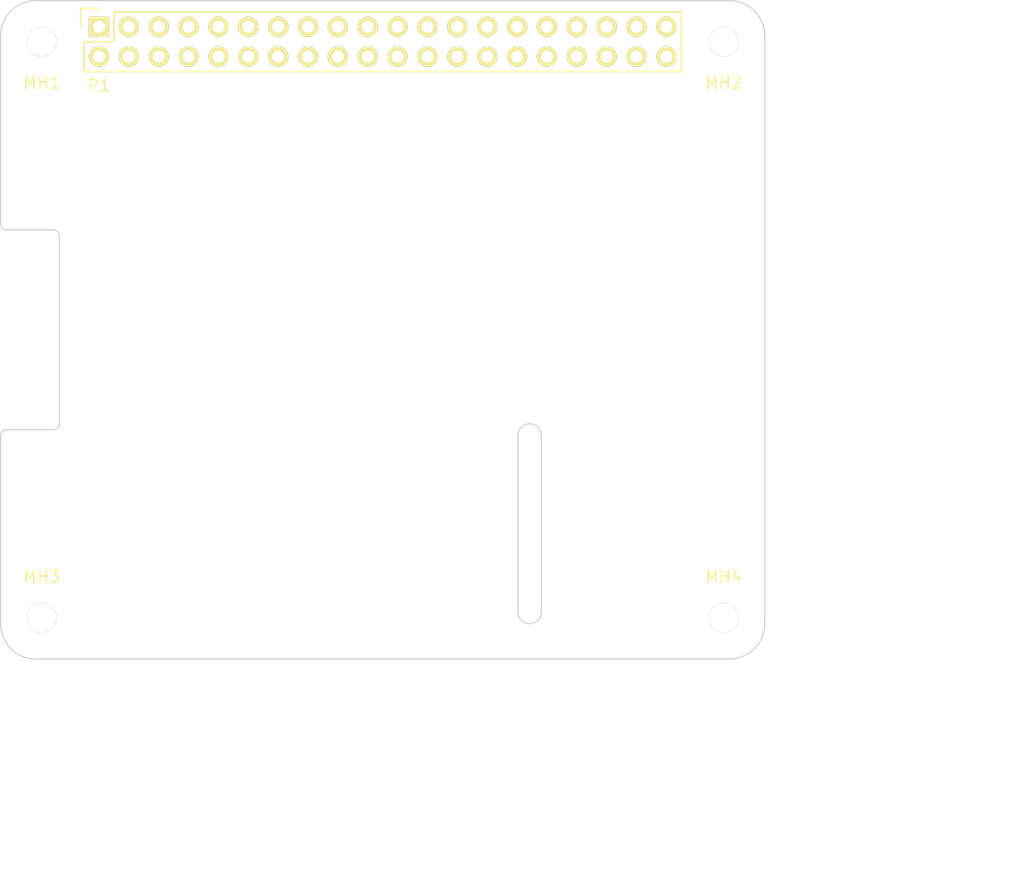
<source format=kicad_pcb>
(kicad_pcb (version 20160815) (host pcbnew no-vcs-found-undefined)

  (general
    (links 10)
    (no_connects 10)
    (area 199.949999 93.949999 265.050001 150.050001)
    (thickness 1.6)
    (drawings 39)
    (tracks 0)
    (zones 0)
    (modules 5)
    (nets 35)
  )

  (page A3)
  (title_block
    (date "15 nov 2012")
  )

  (layers
    (0 F.Cu signal)
    (31 B.Cu signal)
    (32 B.Adhes user)
    (33 F.Adhes user)
    (34 B.Paste user)
    (35 F.Paste user)
    (36 B.SilkS user)
    (37 F.SilkS user)
    (38 B.Mask user)
    (39 F.Mask user)
    (40 Dwgs.User user)
    (41 Cmts.User user)
    (42 Eco1.User user)
    (43 Eco2.User user)
    (44 Edge.Cuts user)
  )

  (setup
    (last_trace_width 0.2)
    (trace_clearance 0.2)
    (zone_clearance 0.508)
    (zone_45_only no)
    (trace_min 0.1524)
    (segment_width 0.1)
    (edge_width 0.1)
    (via_size 0.9)
    (via_drill 0.6)
    (via_min_size 0.8)
    (via_min_drill 0.5)
    (uvia_size 0.5)
    (uvia_drill 0.1)
    (uvias_allowed no)
    (uvia_min_size 0.5)
    (uvia_min_drill 0.1)
    (pcb_text_width 0.3)
    (pcb_text_size 1 1)
    (mod_edge_width 0.15)
    (mod_text_size 1 1)
    (mod_text_width 0.15)
    (pad_size 2.5 2.5)
    (pad_drill 2.5)
    (pad_to_mask_clearance 0)
    (aux_axis_origin 200 150)
    (grid_origin 200 150)
    (visible_elements 7FFFFFFF)
    (pcbplotparams
      (layerselection 0x00030_80000001)
      (usegerberextensions true)
      (excludeedgelayer true)
      (linewidth 0.150000)
      (plotframeref false)
      (viasonmask false)
      (mode 1)
      (useauxorigin false)
      (hpglpennumber 1)
      (hpglpenspeed 20)
      (hpglpendiameter 15)
      (psnegative false)
      (psa4output false)
      (plotreference true)
      (plotvalue true)
      (plotinvisibletext false)
      (padsonsilk false)
      (subtractmaskfromsilk false)
      (outputformat 1)
      (mirror false)
      (drillshape 1)
      (scaleselection 1)
      (outputdirectory ""))
  )

  (net 0 "")
  (net 1 "Net-(MH1-Pad1)")
  (net 2 "Net-(MH2-Pad1)")
  (net 3 "Net-(MH3-Pad1)")
  (net 4 "Net-(MH4-Pad1)")
  (net 5 +3V3)
  (net 6 +5V)
  (net 7 GND)
  (net 8 /ID_SD)
  (net 9 /ID_SC)
  (net 10 /GPIO5)
  (net 11 /GPIO6)
  (net 12 /GPIO12)
  (net 13 /GPIO13)
  (net 14 /GPIO19)
  (net 15 /GPIO20)
  (net 16 /GPIO26)
  (net 17 /GPIO21)
  (net 18 "/GPIO2(SDA1)")
  (net 19 "/GPIO3(SCL1)")
  (net 20 "/GPIO4(GCLK)")
  (net 21 "/GPIO14(TXD0)")
  (net 22 "/GPIO15(RXD0)")
  (net 23 "/GPIO17(GEN0)")
  (net 24 "/GPIO18(GEN1)")
  (net 25 "/GPIO27(GEN2)")
  (net 26 "/GPIO22(GEN3)")
  (net 27 "/GPIO23(GEN4)")
  (net 28 "/GPIO24(GEN5)")
  (net 29 "/GPIO10(SPI_MOSI)")
  (net 30 "/GPIO9(SPI_MISO)")
  (net 31 "/GPIO25(GEN6)")
  (net 32 "/GPIO11(SPI_CLK)")
  (net 33 "/GPIO8(SPI_CE0_N)")
  (net 34 "/GPIO7(SPI_CE1_N)")

  (net_class Default "This is the default net class."
    (clearance 0.2)
    (trace_width 0.2)
    (via_dia 0.9)
    (via_drill 0.6)
    (uvia_dia 0.5)
    (uvia_drill 0.1)
    (diff_pair_gap 0.25)
    (diff_pair_width 0.2)
    (add_net +3V3)
    (add_net +5V)
    (add_net "/GPIO10(SPI_MOSI)")
    (add_net "/GPIO11(SPI_CLK)")
    (add_net /GPIO12)
    (add_net /GPIO13)
    (add_net "/GPIO14(TXD0)")
    (add_net "/GPIO15(RXD0)")
    (add_net "/GPIO17(GEN0)")
    (add_net "/GPIO18(GEN1)")
    (add_net /GPIO19)
    (add_net "/GPIO2(SDA1)")
    (add_net /GPIO20)
    (add_net /GPIO21)
    (add_net "/GPIO22(GEN3)")
    (add_net "/GPIO23(GEN4)")
    (add_net "/GPIO24(GEN5)")
    (add_net "/GPIO25(GEN6)")
    (add_net /GPIO26)
    (add_net "/GPIO27(GEN2)")
    (add_net "/GPIO3(SCL1)")
    (add_net "/GPIO4(GCLK)")
    (add_net /GPIO5)
    (add_net /GPIO6)
    (add_net "/GPIO7(SPI_CE1_N)")
    (add_net "/GPIO8(SPI_CE0_N)")
    (add_net "/GPIO9(SPI_MISO)")
    (add_net /ID_SC)
    (add_net /ID_SD)
    (add_net GND)
    (add_net "Net-(MH1-Pad1)")
    (add_net "Net-(MH2-Pad1)")
    (add_net "Net-(MH3-Pad1)")
    (add_net "Net-(MH4-Pad1)")
  )

  (net_class Power ""
    (clearance 0.2)
    (trace_width 0.5)
    (via_dia 1)
    (via_drill 0.7)
    (uvia_dia 0.5)
    (uvia_drill 0.1)
    (diff_pair_gap 0.25)
    (diff_pair_width 0.2)
  )

  (module Mounting_Holes:MountingHole_2-5mm (layer F.Cu) (tedit 580C1F55) (tstamp 580CBA7A)
    (at 203.5 97.5 180)
    (descr "Mounting hole, Befestigungsbohrung, 2,5mm, No Annular, Kein Restring,")
    (tags "Mounting hole, Befestigungsbohrung, 2,5mm, No Annular, Kein Restring,")
    (path /580C2C2C)
    (fp_text reference MH1 (at 0 -3.50012 180) (layer F.SilkS)
      (effects (font (size 1 1) (thickness 0.15)))
    )
    (fp_text value M2.5 (at 0.09906 3.59918 180) (layer F.Fab)
      (effects (font (size 1 1) (thickness 0.15)))
    )
    (fp_circle (center 0 0) (end 2.5 0) (layer Cmts.User) (width 0.381))
    (pad 1 thru_hole circle (at 0 0 180) (size 2.5 2.5) (drill 2.5) (layers *.Cu *.Mask)
      (net 1 "Net-(MH1-Pad1)") (solder_mask_margin 1.25) (clearance 1.35))
  )

  (module Mounting_Holes:MountingHole_2-5mm (layer F.Cu) (tedit 580C1F52) (tstamp 580CBAAE)
    (at 261.5 97.5 180)
    (descr "Mounting hole, Befestigungsbohrung, 2,5mm, No Annular, Kein Restring,")
    (tags "Mounting hole, Befestigungsbohrung, 2,5mm, No Annular, Kein Restring,")
    (path /580C2C7C)
    (fp_text reference MH2 (at 0 -3.50012 180) (layer F.SilkS)
      (effects (font (size 1 1) (thickness 0.15)))
    )
    (fp_text value M2.5 (at 0.09906 3.59918 180) (layer F.Fab)
      (effects (font (size 1 1) (thickness 0.15)))
    )
    (fp_circle (center 0 0) (end 2.5 0) (layer Cmts.User) (width 0.381))
    (pad 1 thru_hole circle (at 0 0 180) (size 2.5 2.5) (drill 2.5) (layers *.Cu *.Mask)
      (net 2 "Net-(MH2-Pad1)") (solder_mask_margin 1.25) (clearance 1.35))
  )

  (module Mounting_Holes:MountingHole_2-5mm (layer F.Cu) (tedit 580C1F62) (tstamp 580CBAC8)
    (at 203.5 146.5)
    (descr "Mounting hole, Befestigungsbohrung, 2,5mm, No Annular, Kein Restring,")
    (tags "Mounting hole, Befestigungsbohrung, 2,5mm, No Annular, Kein Restring,")
    (path /580C2C45)
    (fp_text reference MH3 (at 0 -3.50012) (layer F.SilkS)
      (effects (font (size 1 1) (thickness 0.15)))
    )
    (fp_text value M2.5 (at 0.09906 3.59918) (layer F.Fab)
      (effects (font (size 1 1) (thickness 0.15)))
    )
    (fp_circle (center 0 0) (end 2.5 0) (layer Cmts.User) (width 0.381))
    (pad 1 thru_hole circle (at 0 0) (size 2.5 2.5) (drill 2.5) (layers *.Cu *.Mask)
      (net 3 "Net-(MH3-Pad1)") (solder_mask_margin 1.25) (clearance 1.35))
  )

  (module Socket_Strips:Socket_Strip_Straight_2x20 (layer F.Cu) (tedit 580C0D63) (tstamp 580C7F66)
    (at 208.37 96.23)
    (descr "Through hole socket strip")
    (tags "socket strip")
    (path /580C18BB)
    (fp_text reference P1 (at 0 5.002) (layer F.SilkS)
      (effects (font (size 1 1) (thickness 0.15)))
    )
    (fp_text value CONN_02X20 (at 0 -3.1) (layer F.Fab)
      (effects (font (size 1 1) (thickness 0.15)))
    )
    (fp_line (start -1.75 -1.75) (end -1.75 4.3) (layer F.CrtYd) (width 0.05))
    (fp_line (start 50.05 -1.75) (end 50.05 4.3) (layer F.CrtYd) (width 0.05))
    (fp_line (start -1.75 -1.75) (end 50.05 -1.75) (layer F.CrtYd) (width 0.05))
    (fp_line (start -1.75 4.3) (end 50.05 4.3) (layer F.CrtYd) (width 0.05))
    (fp_line (start 49.53 3.81) (end -1.27 3.81) (layer F.SilkS) (width 0.15))
    (fp_line (start 1.27 -1.27) (end 49.53 -1.27) (layer F.SilkS) (width 0.15))
    (fp_line (start 49.53 3.81) (end 49.53 -1.27) (layer F.SilkS) (width 0.15))
    (fp_line (start -1.27 3.81) (end -1.27 1.27) (layer F.SilkS) (width 0.15))
    (fp_line (start 0 -1.55) (end -1.55 -1.55) (layer F.SilkS) (width 0.15))
    (fp_line (start -1.27 1.27) (end 1.27 1.27) (layer F.SilkS) (width 0.15))
    (fp_line (start 1.27 1.27) (end 1.27 -1.27) (layer F.SilkS) (width 0.15))
    (fp_line (start -1.55 -1.55) (end -1.55 0) (layer F.SilkS) (width 0.15))
    (pad 1 thru_hole rect (at 0 0) (size 1.7272 1.7272) (drill 1.016) (layers *.Cu *.Mask F.SilkS)
      (net 5 +3V3))
    (pad 2 thru_hole oval (at 0 2.54) (size 1.7272 1.7272) (drill 1.016) (layers *.Cu *.Mask F.SilkS)
      (net 6 +5V))
    (pad 3 thru_hole oval (at 2.54 0) (size 1.7272 1.7272) (drill 1.016) (layers *.Cu *.Mask F.SilkS)
      (net 18 "/GPIO2(SDA1)"))
    (pad 4 thru_hole oval (at 2.54 2.54) (size 1.7272 1.7272) (drill 1.016) (layers *.Cu *.Mask F.SilkS)
      (net 6 +5V))
    (pad 5 thru_hole oval (at 5.08 0) (size 1.7272 1.7272) (drill 1.016) (layers *.Cu *.Mask F.SilkS)
      (net 19 "/GPIO3(SCL1)"))
    (pad 6 thru_hole oval (at 5.08 2.54) (size 1.7272 1.7272) (drill 1.016) (layers *.Cu *.Mask F.SilkS)
      (net 7 GND))
    (pad 7 thru_hole oval (at 7.62 0) (size 1.7272 1.7272) (drill 1.016) (layers *.Cu *.Mask F.SilkS)
      (net 20 "/GPIO4(GCLK)"))
    (pad 8 thru_hole oval (at 7.62 2.54) (size 1.7272 1.7272) (drill 1.016) (layers *.Cu *.Mask F.SilkS)
      (net 21 "/GPIO14(TXD0)"))
    (pad 9 thru_hole oval (at 10.16 0) (size 1.7272 1.7272) (drill 1.016) (layers *.Cu *.Mask F.SilkS)
      (net 7 GND))
    (pad 10 thru_hole oval (at 10.16 2.54) (size 1.7272 1.7272) (drill 1.016) (layers *.Cu *.Mask F.SilkS)
      (net 22 "/GPIO15(RXD0)"))
    (pad 11 thru_hole oval (at 12.7 0) (size 1.7272 1.7272) (drill 1.016) (layers *.Cu *.Mask F.SilkS)
      (net 23 "/GPIO17(GEN0)"))
    (pad 12 thru_hole oval (at 12.7 2.54) (size 1.7272 1.7272) (drill 1.016) (layers *.Cu *.Mask F.SilkS)
      (net 24 "/GPIO18(GEN1)"))
    (pad 13 thru_hole oval (at 15.24 0) (size 1.7272 1.7272) (drill 1.016) (layers *.Cu *.Mask F.SilkS)
      (net 25 "/GPIO27(GEN2)"))
    (pad 14 thru_hole oval (at 15.24 2.54) (size 1.7272 1.7272) (drill 1.016) (layers *.Cu *.Mask F.SilkS)
      (net 7 GND))
    (pad 15 thru_hole oval (at 17.78 0) (size 1.7272 1.7272) (drill 1.016) (layers *.Cu *.Mask F.SilkS)
      (net 26 "/GPIO22(GEN3)"))
    (pad 16 thru_hole oval (at 17.78 2.54) (size 1.7272 1.7272) (drill 1.016) (layers *.Cu *.Mask F.SilkS)
      (net 27 "/GPIO23(GEN4)"))
    (pad 17 thru_hole oval (at 20.32 0) (size 1.7272 1.7272) (drill 1.016) (layers *.Cu *.Mask F.SilkS)
      (net 5 +3V3))
    (pad 18 thru_hole oval (at 20.32 2.54) (size 1.7272 1.7272) (drill 1.016) (layers *.Cu *.Mask F.SilkS)
      (net 28 "/GPIO24(GEN5)"))
    (pad 19 thru_hole oval (at 22.86 0) (size 1.7272 1.7272) (drill 1.016) (layers *.Cu *.Mask F.SilkS)
      (net 29 "/GPIO10(SPI_MOSI)"))
    (pad 20 thru_hole oval (at 22.86 2.54) (size 1.7272 1.7272) (drill 1.016) (layers *.Cu *.Mask F.SilkS)
      (net 7 GND))
    (pad 21 thru_hole oval (at 25.4 0) (size 1.7272 1.7272) (drill 1.016) (layers *.Cu *.Mask F.SilkS)
      (net 30 "/GPIO9(SPI_MISO)"))
    (pad 22 thru_hole oval (at 25.4 2.54) (size 1.7272 1.7272) (drill 1.016) (layers *.Cu *.Mask F.SilkS)
      (net 31 "/GPIO25(GEN6)"))
    (pad 23 thru_hole oval (at 27.94 0) (size 1.7272 1.7272) (drill 1.016) (layers *.Cu *.Mask F.SilkS)
      (net 32 "/GPIO11(SPI_CLK)"))
    (pad 24 thru_hole oval (at 27.94 2.54) (size 1.7272 1.7272) (drill 1.016) (layers *.Cu *.Mask F.SilkS)
      (net 33 "/GPIO8(SPI_CE0_N)"))
    (pad 25 thru_hole oval (at 30.48 0) (size 1.7272 1.7272) (drill 1.016) (layers *.Cu *.Mask F.SilkS)
      (net 7 GND))
    (pad 26 thru_hole oval (at 30.48 2.54) (size 1.7272 1.7272) (drill 1.016) (layers *.Cu *.Mask F.SilkS)
      (net 34 "/GPIO7(SPI_CE1_N)"))
    (pad 27 thru_hole oval (at 33.02 0) (size 1.7272 1.7272) (drill 1.016) (layers *.Cu *.Mask F.SilkS)
      (net 8 /ID_SD))
    (pad 28 thru_hole oval (at 33.02 2.54) (size 1.7272 1.7272) (drill 1.016) (layers *.Cu *.Mask F.SilkS)
      (net 9 /ID_SC))
    (pad 29 thru_hole oval (at 35.56 0) (size 1.7272 1.7272) (drill 1.016) (layers *.Cu *.Mask F.SilkS)
      (net 10 /GPIO5))
    (pad 30 thru_hole oval (at 35.56 2.54) (size 1.7272 1.7272) (drill 1.016) (layers *.Cu *.Mask F.SilkS)
      (net 7 GND))
    (pad 31 thru_hole oval (at 38.1 0) (size 1.7272 1.7272) (drill 1.016) (layers *.Cu *.Mask F.SilkS)
      (net 11 /GPIO6))
    (pad 32 thru_hole oval (at 38.1 2.54) (size 1.7272 1.7272) (drill 1.016) (layers *.Cu *.Mask F.SilkS)
      (net 12 /GPIO12))
    (pad 33 thru_hole oval (at 40.64 0) (size 1.7272 1.7272) (drill 1.016) (layers *.Cu *.Mask F.SilkS)
      (net 13 /GPIO13))
    (pad 34 thru_hole oval (at 40.64 2.54) (size 1.7272 1.7272) (drill 1.016) (layers *.Cu *.Mask F.SilkS)
      (net 7 GND))
    (pad 35 thru_hole oval (at 43.18 0) (size 1.7272 1.7272) (drill 1.016) (layers *.Cu *.Mask F.SilkS)
      (net 14 /GPIO19))
    (pad 36 thru_hole oval (at 43.18 2.54) (size 1.7272 1.7272) (drill 1.016) (layers *.Cu *.Mask F.SilkS)
      (net 15 /GPIO20))
    (pad 37 thru_hole oval (at 45.72 0) (size 1.7272 1.7272) (drill 1.016) (layers *.Cu *.Mask F.SilkS)
      (net 16 /GPIO26))
    (pad 38 thru_hole oval (at 45.72 2.54) (size 1.7272 1.7272) (drill 1.016) (layers *.Cu *.Mask F.SilkS)
      (net 17 /GPIO21))
    (pad 39 thru_hole oval (at 48.26 0) (size 1.7272 1.7272) (drill 1.016) (layers *.Cu *.Mask F.SilkS)
      (net 7 GND))
    (pad 40 thru_hole oval (at 48.26 2.54) (size 1.7272 1.7272) (drill 1.016) (layers *.Cu *.Mask F.SilkS)
      (net 7 GND))
    (model Socket_Strips.3dshapes/Socket_Strip_Straight_2x20.wrl
      (at (xyz 0.95 -0.05 0))
      (scale (xyz 1 1 1))
      (rotate (xyz 0 0 180))
    )
  )

  (module Mounting_Holes:MountingHole_2-5mm (layer F.Cu) (tedit 580C1F72) (tstamp 580CBAD7)
    (at 261.5 146.5)
    (descr "Mounting hole, Befestigungsbohrung, 2,5mm, No Annular, Kein Restring,")
    (tags "Mounting hole, Befestigungsbohrung, 2,5mm, No Annular, Kein Restring,")
    (path /580C2CAA)
    (fp_text reference MH4 (at 0 -3.50012) (layer F.SilkS)
      (effects (font (size 1 1) (thickness 0.15)))
    )
    (fp_text value M2.5 (at 0.09906 3.59918) (layer F.Fab)
      (effects (font (size 1 1) (thickness 0.15)))
    )
    (fp_circle (center 0 0) (end 2.5 0) (layer Cmts.User) (width 0.381))
    (pad 1 thru_hole circle (at 0 0) (size 2.5 2.5) (drill 2.5) (layers *.Cu *.Mask)
      (net 4 "Net-(MH4-Pad1)") (solder_mask_margin 1.25) (clearance 1.35))
  )

  (gr_line (start 244 146) (end 244 131) (layer Edge.Cuts) (width 0.1))
  (gr_line (start 246 131) (end 246 146) (layer Edge.Cuts) (width 0.1))
  (gr_arc (start 245 131) (end 244 131) (angle 180) (layer Edge.Cuts) (width 0.1))
  (gr_arc (start 245 146) (end 246 146) (angle 180) (layer Edge.Cuts) (width 0.1))
  (gr_arc (start 200.5 131) (end 200 131) (angle 89.9) (layer Edge.Cuts) (width 0.1))
  (gr_arc (start 204.5 130) (end 205 130) (angle 90) (layer Edge.Cuts) (width 0.1))
  (gr_arc (start 200.5 113) (end 200.5 113.5) (angle 90) (layer Edge.Cuts) (width 0.1))
  (gr_arc (start 204.5 114) (end 204.5 113.5) (angle 90) (layer Edge.Cuts) (width 0.1))
  (gr_line (start 200 113) (end 200 131) (layer Dwgs.User) (width 0.1))
  (gr_line (start 200 97) (end 200 113) (layer Edge.Cuts) (width 0.1))
  (gr_text DISPLAY (at 202.5 122 90) (layer Dwgs.User) (tstamp 580CBBFF)
    (effects (font (size 1 1) (thickness 0.15)))
  )
  (gr_text CAMERA (at 245 139 90) (layer Dwgs.User)
    (effects (font (size 1 1) (thickness 0.15)))
  )
  (gr_text RJ45 (at 276.2 139.84) (layer Dwgs.User) (tstamp 580CBBEB)
    (effects (font (size 2 2) (thickness 0.15)))
  )
  (gr_text USB (at 277.724 121.552) (layer Dwgs.User) (tstamp 580CBBE9)
    (effects (font (size 2 2) (thickness 0.15)))
  )
  (gr_text USB (at 278.232 102.248) (layer Dwgs.User)
    (effects (font (size 2 2) (thickness 0.15)))
  )
  (gr_arc (start 262 97) (end 262 94) (angle 90) (layer Edge.Cuts) (width 0.1))
  (gr_arc (start 262 147) (end 265 147) (angle 90) (layer Edge.Cuts) (width 0.1))
  (gr_arc (start 203 147) (end 203 150) (angle 90) (layer Edge.Cuts) (width 0.1))
  (gr_arc (start 203 97) (end 200 97) (angle 90) (layer Edge.Cuts) (width 0.1))
  (gr_line (start 269.9 114.45) (end 287 114.45) (layer Dwgs.User) (width 0.1))
  (gr_line (start 262 94) (end 203 94) (layer Edge.Cuts) (width 0.1))
  (gr_line (start 269.9 127.55) (end 269.9 114.45) (layer Dwgs.User) (width 0.1))
  (gr_line (start 287 127.55) (end 269.9 127.55) (layer Dwgs.User) (width 0.1))
  (gr_line (start 287 114.45) (end 287 127.55) (layer Dwgs.User) (width 0.1))
  (gr_line (start 204.5 130.5) (end 200.5 130.5) (layer Edge.Cuts) (width 0.1))
  (gr_line (start 205 114) (end 205 130) (layer Edge.Cuts) (width 0.1))
  (gr_line (start 200.5 113.5) (end 204.5 113.5) (layer Edge.Cuts) (width 0.1))
  (gr_line (start 266 147.675) (end 266 131.825) (layer Dwgs.User) (width 0.1))
  (gr_line (start 287 147.675) (end 266 147.675) (layer Dwgs.User) (width 0.1))
  (gr_line (start 287 131.825) (end 287 147.675) (layer Dwgs.User) (width 0.1))
  (gr_line (start 266 131.825) (end 287 131.825) (layer Dwgs.User) (width 0.1))
  (gr_line (start 265 147) (end 265 97) (layer Edge.Cuts) (width 0.1))
  (gr_line (start 203 150) (end 262 150) (layer Edge.Cuts) (width 0.1))
  (gr_line (start 200 131) (end 200 147) (layer Edge.Cuts) (width 0.1))
  (gr_line (start 269.9 109.455925) (end 269.9 96.355925) (layer Dwgs.User) (width 0.1))
  (gr_line (start 287 109.455925) (end 269.9 109.455925) (layer Dwgs.User) (width 0.1))
  (gr_line (start 287 96.355925) (end 287 109.455925) (layer Dwgs.User) (width 0.1))
  (gr_line (start 269.9 96.355925) (end 287 96.355925) (layer Dwgs.User) (width 0.1))
  (gr_text "RASPBERRY-PI 40-PIN ADDON BOARD\nVIEW FROM TOP\nNOTE: P1 SHOULD BE FITTED ON THE REVERSE OF THE BOARD\n\nADD EDGE CUTS FROM CAMERA AND DISIPLAY PORTS AS REQUIRED" (at 200 160.16) (layer Dwgs.User)
    (effects (font (size 2 1.7) (thickness 0.12)) (justify left))
  )

)

</source>
